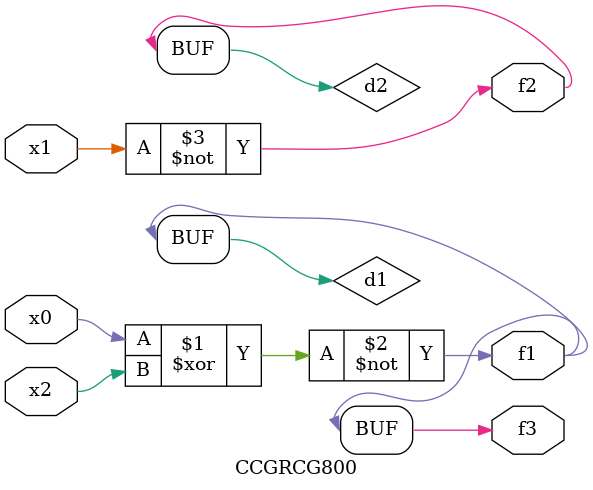
<source format=v>
module CCGRCG800(
	input x0, x1, x2,
	output f1, f2, f3
);

	wire d1, d2, d3;

	xnor (d1, x0, x2);
	nand (d2, x1);
	nor (d3, x1, x2);
	assign f1 = d1;
	assign f2 = d2;
	assign f3 = d1;
endmodule

</source>
